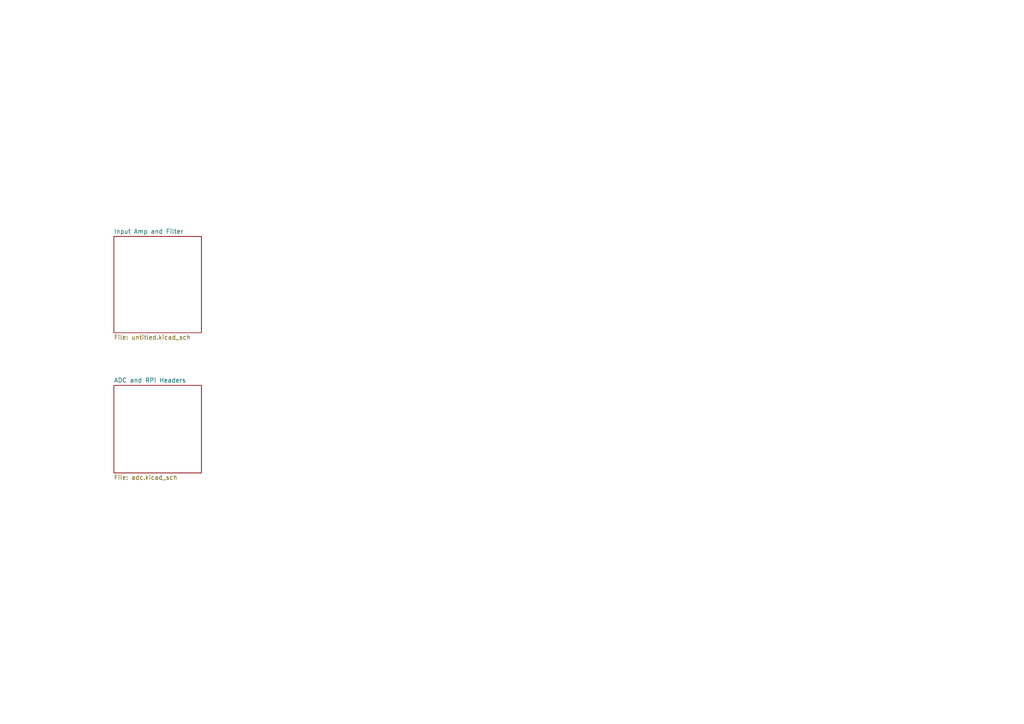
<source format=kicad_sch>
(kicad_sch (version 20230121) (generator eeschema)
  (paper "A4")
  (lib_symbols)
  (sheet (at 33.02 111.76) (size 25.4 25.4) (stroke (width 0.1524))
    (property "Sheetname" "ADC and RPi Headers" (at 33.02 111.0484 0) (effects (justify left bottom)))
    (property "Sheetfile" "adc.kicad_sch" (at 33.02 137.7446 0) (effects (justify left top)))
  )
  (sheet (at 33.02 68.58) (size 25.4 27.94) (stroke (width 0.1524))
    (property "Sheetname" "Input Amp and Filter" (at 33.02 67.8684 0) (effects (justify left bottom)))
    (property "Sheetfile" "untitled.kicad_sch" (at 33.02 97.1046 0) (effects (justify left top)))
  )
)
</source>
